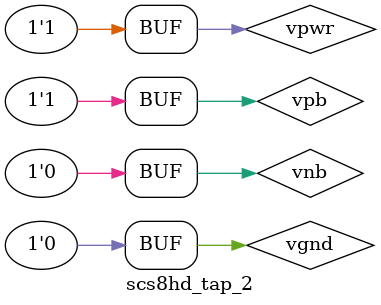
<source format=v>
 


`celldefine
`timescale 1ns / 1ps



module scs8hd_tap_2  (

`ifdef SC_USE_PG_PIN
input vpwr,
input vgnd,
input vpb,
input vnb
`endif

);

`ifdef functional
`else
`ifdef SC_USE_PG_PIN
`else
supply1 vpwr;
supply0 vgnd;
supply1 vpb;
supply0 vnb;
`endif
`endif


endmodule
`endcelldefine
</source>
